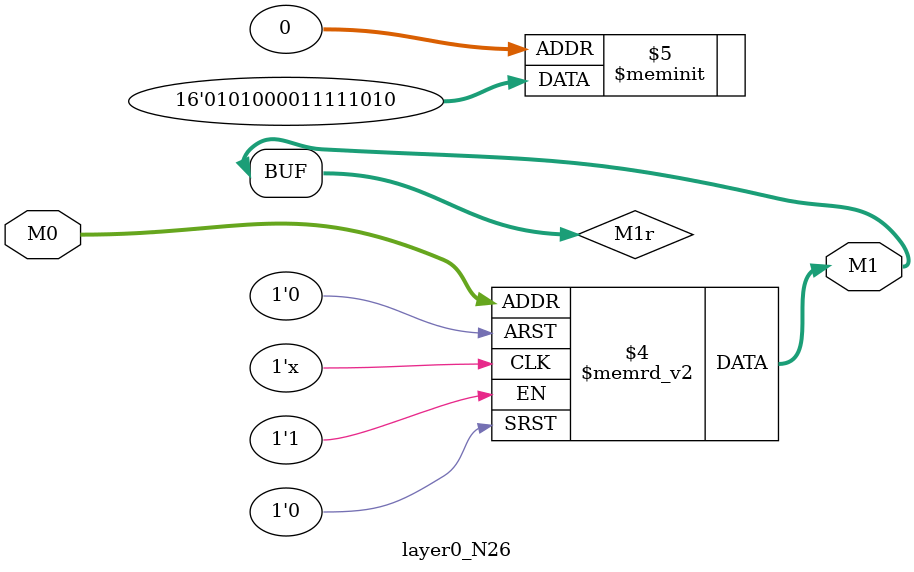
<source format=v>
module layer0_N26 ( input [2:0] M0, output [1:0] M1 );

	(*rom_style = "distributed" *) reg [1:0] M1r;
	assign M1 = M1r;
	always @ (M0) begin
		case (M0)
			3'b000: M1r = 2'b10;
			3'b100: M1r = 2'b00;
			3'b010: M1r = 2'b11;
			3'b110: M1r = 2'b01;
			3'b001: M1r = 2'b10;
			3'b101: M1r = 2'b00;
			3'b011: M1r = 2'b11;
			3'b111: M1r = 2'b01;

		endcase
	end
endmodule

</source>
